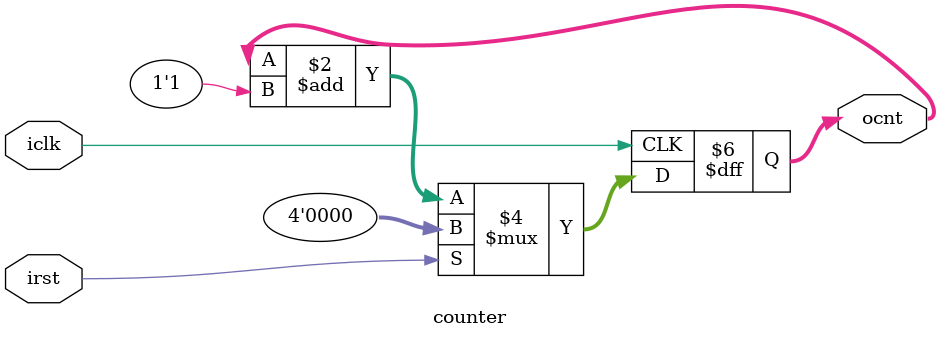
<source format=v>
module counter(irst, iclk, ocnt );
  input irst, iclk;
  output reg [3:0] ocnt;
  always @ (posedge iclk)
    if(irst)
      ocnt <= 4'b0000;
    else
      ocnt <= ocnt + 1'b1;
endmodule


</source>
